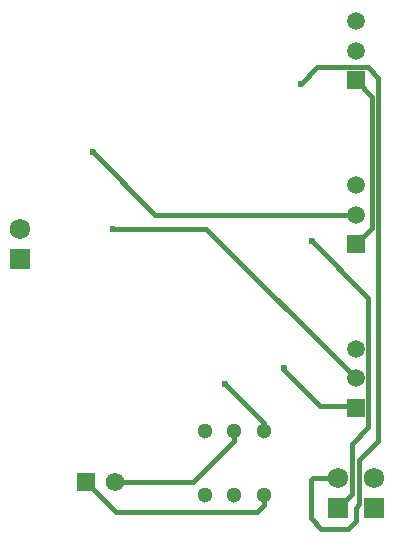
<source format=gbl>
G04*
G04 #@! TF.GenerationSoftware,Altium Limited,Altium Designer,22.1.2 (22)*
G04*
G04 Layer_Physical_Order=2*
G04 Layer_Color=16711680*
%FSLAX43Y43*%
%MOMM*%
G71*
G04*
G04 #@! TF.SameCoordinates,789559D7-4389-4A6F-8FAE-C72B44BD11BC*
G04*
G04*
G04 #@! TF.FilePolarity,Positive*
G04*
G01*
G75*
%ADD36C,0.381*%
%ADD37R,1.725X1.725*%
%ADD38C,1.725*%
%ADD39R,1.575X1.575*%
%ADD40C,1.575*%
%ADD41C,1.508*%
%ADD42R,1.508X1.508*%
%ADD43C,1.300*%
%ADD44C,0.600*%
D36*
X168529Y79883D02*
Y83089D01*
X168752Y83312D01*
X169418Y78994D02*
X171704D01*
X168529Y79883D02*
X169418Y78994D01*
X168752Y83312D02*
X170815D01*
X172339Y79629D02*
Y80772D01*
X171704Y78994D02*
X172339Y79629D01*
X172644Y81077D02*
Y84811D01*
X172339Y80772D02*
X172644Y81077D01*
Y84811D02*
X174244Y86411D01*
X172009Y81966D02*
Y86208D01*
X173431Y87630D01*
X170815Y80772D02*
X172009Y81966D01*
X164577Y80990D02*
Y81870D01*
Y87270D02*
Y87945D01*
X162077Y86391D02*
Y87270D01*
X166243Y92456D02*
Y92583D01*
Y92456D02*
X169291Y89408D01*
X172165D01*
X172339Y89234D01*
X159679Y104394D02*
X172339Y91734D01*
X151765Y104394D02*
X159679D01*
X155385Y105601D02*
X172339D01*
X150114Y110871D02*
X155385Y105601D01*
X173431Y87630D02*
Y98552D01*
X168631Y103353D02*
X173431Y98552D01*
X174244Y86411D02*
Y117170D01*
X173355Y118059D02*
X174244Y117170D01*
X169113Y118059D02*
X173355D01*
X167716Y116662D02*
X169113Y118059D01*
X161300Y91221D02*
X164577Y87945D01*
X149479Y82931D02*
X152019Y80391D01*
X163978D01*
X164577Y80990D01*
X151979Y82931D02*
X158617D01*
X162077Y86391D01*
X172339Y103100D02*
X173736Y104497D01*
Y115570D01*
X172339Y116967D02*
X173736Y115570D01*
D37*
X170815Y80772D02*
D03*
X173863D02*
D03*
X143891Y101854D02*
D03*
D38*
X170815Y83312D02*
D03*
X173863D02*
D03*
X143891Y104394D02*
D03*
D39*
X149479Y82931D02*
D03*
D40*
X151979D02*
D03*
D41*
X172339Y94234D02*
D03*
Y91734D02*
D03*
Y108101D02*
D03*
Y105601D02*
D03*
Y121967D02*
D03*
Y119467D02*
D03*
D42*
Y89234D02*
D03*
Y103100D02*
D03*
Y116967D02*
D03*
D43*
X159577Y81870D02*
D03*
X162077D02*
D03*
X164577D02*
D03*
X159577Y87270D02*
D03*
X162077D02*
D03*
X164577D02*
D03*
D44*
X166243Y92583D02*
D03*
X151765Y104394D02*
D03*
X150114Y110871D02*
D03*
X168631Y103353D02*
D03*
X167716Y116662D02*
D03*
X161300Y91221D02*
D03*
M02*

</source>
